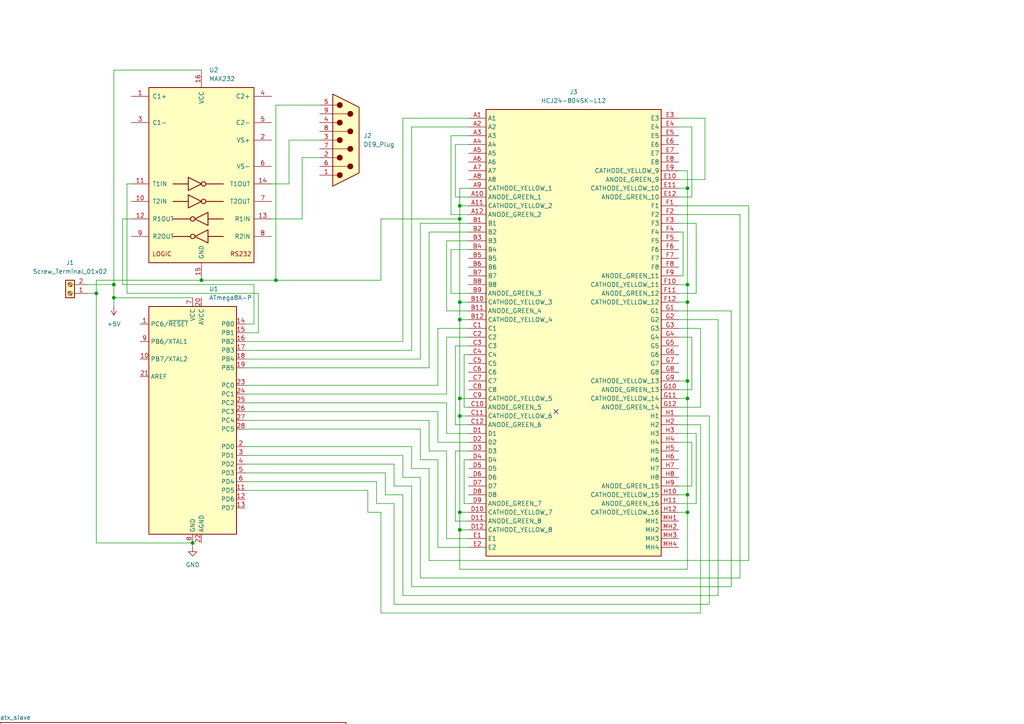
<source format=kicad_sch>
(kicad_sch (version 20231120) (generator "eeschema") (generator_version "8.0")
  (paper "A4")
  (lib_symbols
    (symbol "Connector:DE9_Plug" (pin_names (offset 1.016) hide)
      (property "Reference" "J" (at 0 13.97 0))
      (property "Value" "DE9_Plug" (at 0 -14.605 0))
      (symbol "DE9_Plug_0_1"
        (circle (center -1.778 -10.16) (radius 0.762) (fill (type outline)))
        (circle (center -1.778 -5.08) (radius 0.762) (fill (type outline)))
        (circle (center -1.778 0) (radius 0.762) (fill (type outline)))
        (circle (center -1.778 5.08) (radius 0.762) (fill (type outline)))
        (circle (center -1.778 10.16) (radius 0.762) (fill (type outline)))
        (polyline (pts (xy -3.81 -10.16) (xy -2.54 -10.16)))
        (polyline (pts (xy -3.81 -7.62) (xy 0.508 -7.62)))
        (polyline (pts (xy -3.81 -5.08) (xy -2.54 -5.08)))
        (polyline (pts (xy -3.81 -2.54) (xy 0.508 -2.54)))
        (polyline (pts (xy -3.81 0) (xy -2.54 0)))
        (polyline (pts (xy -3.81 2.54) (xy 0.508 2.54)))
        (polyline (pts (xy -3.81 5.08) (xy -2.54 5.08)))
        (polyline (pts (xy -3.81 7.62) (xy 0.508 7.62)))
        (polyline (pts (xy -3.81 10.16) (xy -2.54 10.16)))
        (polyline (pts (xy -3.81 -13.335) (xy -3.81 13.335) (xy 3.81 9.525) (xy 3.81 -9.525) (xy -3.81 -13.335)) (stroke (width 0.254)) (fill (type background)))
        (circle (center 1.27 -7.62) (radius 0.762) (fill (type outline)))
        (circle (center 1.27 -2.54) (radius 0.762) (fill (type outline)))
        (circle (center 1.27 2.54) (radius 0.762) (fill (type outline)))
        (circle (center 1.27 7.62) (radius 0.762) (fill (type outline)))
      )
      (symbol "DE9_Plug_1_1"
        (pin passive line (at -7.62 -10.16 0) (length 3.81) (name "1") (number "1"))
        (pin passive line (at -7.62 -5.08 0) (length 3.81) (name "2") (number "2"))
        (pin passive line (at -7.62 0 0) (length 3.81) (name "3") (number "3"))
        (pin passive line (at -7.62 5.08 0) (length 3.81) (name "4") (number "4"))
        (pin passive line (at -7.62 10.16 0) (length 3.81) (name "5") (number "5"))
        (pin passive line (at -7.62 -7.62 0) (length 3.81) (name "6") (number "6"))
        (pin passive line (at -7.62 -2.54 0) (length 3.81) (name "7") (number "7"))
        (pin passive line (at -7.62 2.54 0) (length 3.81) (name "8") (number "8"))
        (pin passive line (at -7.62 7.62 0) (length 3.81) (name "9") (number "9"))
      )
    )
    (symbol "Connector:Screw_Terminal_01x02" (pin_names (offset 1.016) hide)
      (property "Reference" "J" (at 0 2.54 0))
      (property "Value" "Screw_Terminal_01x02" (at 0 -5.08 0))
      (symbol "Screw_Terminal_01x02_1_1"
        (rectangle (start -1.27 1.27) (end 1.27 -3.81) (stroke (width 0.254)) (fill (type background)))
        (circle (center 0 -2.54) (radius 0.635) (stroke (width 0.1524)))
        (polyline (pts (xy -0.5334 -2.2098) (xy 0.3302 -3.048)) (stroke (width 0.1524)))
        (polyline (pts (xy -0.5334 0.3302) (xy 0.3302 -0.508)) (stroke (width 0.1524)))
        (polyline (pts (xy -0.3556 -2.032) (xy 0.508 -2.8702)) (stroke (width 0.1524)))
        (polyline (pts (xy -0.3556 0.508) (xy 0.508 -0.3302)) (stroke (width 0.1524)))
        (circle (center 0 0) (radius 0.635) (stroke (width 0.1524)))
        (pin passive line (at -5.08 0 0) (length 3.81) (name "Pin_1") (number "1"))
        (pin passive line (at -5.08 -2.54 0) (length 3.81) (name "Pin_2") (number "2"))
      )
    )
    (symbol "Interface_UART:MAX232" (pin_names (offset 1.016))
      (property "Reference" "U" (at -2.54 28.575 0))
      (property "Value" "MAX232" (at -2.54 26.67 0))
      (symbol "MAX232_0_0"
        (text "LOGIC" (at -11.43 -22.86 0) (effects (font (size 1.27 1.27))))
        (text "RS232" (at 11.43 -22.86 0) (effects (font (size 1.27 1.27))))
      )
      (symbol "MAX232_0_1"
        (rectangle (start -15.24 -25.4) (end 15.24 25.4) (stroke (width 0.254)) (fill (type background)))
        (circle (center -2.54 -17.78) (radius 0.635) (stroke (width 0.254)))
        (circle (center -2.54 -12.7) (radius 0.635) (stroke (width 0.254)))
        (polyline (pts (xy -3.81 -7.62) (xy -8.255 -7.62)) (stroke (width 0.254)))
        (polyline (pts (xy -3.81 -2.54) (xy -8.255 -2.54)) (stroke (width 0.254)))
        (polyline (pts (xy -3.175 -17.78) (xy -8.255 -17.78)) (stroke (width 0.254)))
        (polyline (pts (xy -3.175 -12.7) (xy -8.255 -12.7)) (stroke (width 0.254)))
        (polyline (pts (xy 1.27 -7.62) (xy 6.35 -7.62)) (stroke (width 0.254)))
        (polyline (pts (xy 1.27 -2.54) (xy 6.35 -2.54)) (stroke (width 0.254)))
        (polyline (pts (xy 1.905 -17.78) (xy 6.35 -17.78)) (stroke (width 0.254)))
        (polyline (pts (xy 1.905 -12.7) (xy 6.35 -12.7)) (stroke (width 0.254)))
        (polyline (pts (xy -3.81 -5.715) (xy -3.81 -9.525) (xy 0 -7.62) (xy -3.81 -5.715)) (stroke (width 0.254)))
        (polyline (pts (xy -3.81 -0.635) (xy -3.81 -4.445) (xy 0 -2.54) (xy -3.81 -0.635)) (stroke (width 0.254)))
        (polyline (pts (xy 1.905 -15.875) (xy 1.905 -19.685) (xy -1.905 -17.78) (xy 1.905 -15.875)) (stroke (width 0.254)))
        (polyline (pts (xy 1.905 -10.795) (xy 1.905 -14.605) (xy -1.905 -12.7) (xy 1.905 -10.795)) (stroke (width 0.254)))
        (circle (center 0.635 -7.62) (radius 0.635) (stroke (width 0.254)))
        (circle (center 0.635 -2.54) (radius 0.635) (stroke (width 0.254)))
      )
      (symbol "MAX232_1_1"
        (pin passive line (at -20.32 22.86 0) (length 5.08) (name "C1+") (number "1"))
        (pin input line (at -20.32 -7.62 0) (length 5.08) (name "T2IN") (number "10"))
        (pin input line (at -20.32 -2.54 0) (length 5.08) (name "T1IN") (number "11"))
        (pin output line (at -20.32 -12.7 0) (length 5.08) (name "R1OUT") (number "12"))
        (pin input line (at 20.32 -12.7 180) (length 5.08) (name "R1IN") (number "13"))
        (pin output line (at 20.32 -2.54 180) (length 5.08) (name "T1OUT") (number "14"))
        (pin power_in line (at 0 -30.48 90) (length 5.08) (name "GND") (number "15"))
        (pin power_in line (at 0 30.48 270) (length 5.08) (name "VCC") (number "16"))
        (pin power_out line (at 20.32 10.16 180) (length 5.08) (name "VS+") (number "2"))
        (pin passive line (at -20.32 15.24 0) (length 5.08) (name "C1-") (number "3"))
        (pin passive line (at 20.32 22.86 180) (length 5.08) (name "C2+") (number "4"))
        (pin passive line (at 20.32 15.24 180) (length 5.08) (name "C2-") (number "5"))
        (pin power_out line (at 20.32 2.54 180) (length 5.08) (name "VS-") (number "6"))
        (pin output line (at 20.32 -7.62 180) (length 5.08) (name "T2OUT") (number "7"))
        (pin input line (at 20.32 -17.78 180) (length 5.08) (name "R2IN") (number "8"))
        (pin output line (at -20.32 -17.78 0) (length 5.08) (name "R2OUT") (number "9"))
      )
    )
    (symbol "MCU_Microchip_ATmega:ATmega8A-P"
      (property "Reference" "U" (at -12.7 34.29 0))
      (property "Value" "ATmega8A-P" (at 5.08 -34.29 0))
      (symbol "ATmega8A-P_0_1"
        (rectangle (start -12.7 -33.02) (end 12.7 33.02) (stroke (width 0.254)) (fill (type background)))
      )
      (symbol "ATmega8A-P_1_1"
        (pin bidirectional line (at -15.24 27.94 0) (length 2.54) (name "PC6/~{RESET}") (number "1"))
        (pin bidirectional line (at -15.24 17.78 0) (length 2.54) (name "PB7/XTAL2") (number "10"))
        (pin bidirectional line (at 15.24 -20.32 180) (length 2.54) (name "PD5") (number "11"))
        (pin bidirectional line (at 15.24 -22.86 180) (length 2.54) (name "PD6") (number "12"))
        (pin bidirectional line (at 15.24 -25.4 180) (length 2.54) (name "PD7") (number "13"))
        (pin bidirectional line (at 15.24 27.94 180) (length 2.54) (name "PB0") (number "14"))
        (pin bidirectional line (at 15.24 25.4 180) (length 2.54) (name "PB1") (number "15"))
        (pin bidirectional line (at 15.24 22.86 180) (length 2.54) (name "PB2") (number "16"))
        (pin bidirectional line (at 15.24 20.32 180) (length 2.54) (name "PB3") (number "17"))
        (pin bidirectional line (at 15.24 17.78 180) (length 2.54) (name "PB4") (number "18"))
        (pin bidirectional line (at 15.24 15.24 180) (length 2.54) (name "PB5") (number "19"))
        (pin bidirectional line (at 15.24 -7.62 180) (length 2.54) (name "PD0") (number "2"))
        (pin power_in line (at 2.54 35.56 270) (length 2.54) (name "AVCC") (number "20"))
        (pin passive line (at -15.24 12.7 0) (length 2.54) (name "AREF") (number "21"))
        (pin power_in line (at 2.54 -35.56 90) (length 2.54) (name "AGND") (number "22"))
        (pin bidirectional line (at 15.24 10.16 180) (length 2.54) (name "PC0") (number "23"))
        (pin bidirectional line (at 15.24 7.62 180) (length 2.54) (name "PC1") (number "24"))
        (pin bidirectional line (at 15.24 5.08 180) (length 2.54) (name "PC2") (number "25"))
        (pin bidirectional line (at 15.24 2.54 180) (length 2.54) (name "PC3") (number "26"))
        (pin bidirectional line (at 15.24 0 180) (length 2.54) (name "PC4") (number "27"))
        (pin bidirectional line (at 15.24 -2.54 180) (length 2.54) (name "PC5") (number "28"))
        (pin bidirectional line (at 15.24 -10.16 180) (length 2.54) (name "PD1") (number "3"))
        (pin bidirectional line (at 15.24 -12.7 180) (length 2.54) (name "PD2") (number "4"))
        (pin bidirectional line (at 15.24 -15.24 180) (length 2.54) (name "PD3") (number "5"))
        (pin bidirectional line (at 15.24 -17.78 180) (length 2.54) (name "PD4") (number "6"))
        (pin power_in line (at 0 35.56 270) (length 2.54) (name "VCC") (number "7"))
        (pin power_in line (at 0 -35.56 90) (length 2.54) (name "GND") (number "8"))
        (pin bidirectional line (at -15.24 22.86 0) (length 2.54) (name "PB6/XTAL1") (number "9"))
      )
    )
    (symbol "power:+5V" (power) (pin_numbers hide) (pin_names (offset 0) hide)
      (property "Value" "+5V" (at 0 3.556 0))
      (symbol "+5V_0_1"
        (polyline (pts (xy -0.762 1.27) (xy 0 2.54)))
        (polyline (pts (xy 0 0) (xy 0 2.54)))
        (polyline (pts (xy 0 2.54) (xy 0.762 1.27)))
      )
      (symbol "+5V_1_1"
        (pin power_in line (at 0 0 90) (length 0) (name "~") (number "1"))
      )
    )
    (symbol "power:GND" (power) (pin_numbers hide) (pin_names (offset 0) hide)
      (property "Value" "GND" (at 0 -3.81 0))
      (symbol "GND_0_1"
        (polyline (pts (xy 0 0) (xy 0 -1.27) (xy 1.27 -1.27) (xy 0 -2.54) (xy -1.27 -1.27) (xy 0 -1.27)))
      )
      (symbol "GND_1_1"
        (pin power_in line (at 0 0 270) (length 0) (name "~") (number "1"))
      )
    )
    (symbol "rj45:HCJ24-804SK-L12"
      (property "Reference" "J" (at 57.15 7.62 0))
      (property "Value" "HCJ24-804SK-L12" (at 57.15 5.08 0))
      (symbol "HCJ24-804SK-L12_1_1"
        (rectangle (start 5.08 2.54) (end 55.88 -127) (stroke (width 0.254)) (fill (type background)))
        (pin passive line (at 0 0 0) (length 5.08) (name "A1") (number "A1"))
        (pin passive line (at 0 -22.86 0) (length 5.08) (name "ANODE_GREEN_1") (number "A10"))
        (pin passive line (at 0 -25.4 0) (length 5.08) (name "CATHODE_YELLOW_2") (number "A11"))
        (pin passive line (at 0 -27.94 0) (length 5.08) (name "ANODE_GREEN_2") (number "A12"))
        (pin passive line (at 0 -2.54 0) (length 5.08) (name "A2") (number "A2"))
        (pin passive line (at 0 -5.08 0) (length 5.08) (name "A3") (number "A3"))
        (pin passive line (at 0 -7.62 0) (length 5.08) (name "A4") (number "A4"))
        (pin passive line (at 0 -10.16 0) (length 5.08) (name "A5") (number "A5"))
        (pin passive line (at 0 -12.7 0) (length 5.08) (name "A6") (number "A6"))
        (pin passive line (at 0 -15.24 0) (length 5.08) (name "A7") (number "A7"))
        (pin passive line (at 0 -17.78 0) (length 5.08) (name "A8") (number "A8"))
        (pin passive line (at 0 -20.32 0) (length 5.08) (name "CATHODE_YELLOW_1") (number "A9"))
        (pin passive line (at 0 -30.48 0) (length 5.08) (name "B1") (number "B1"))
        (pin passive line (at 0 -53.34 0) (length 5.08) (name "CATHODE_YELLOW_3") (number "B10"))
        (pin passive line (at 0 -55.88 0) (length 5.08) (name "ANODE_GREEN_4") (number "B11"))
        (pin passive line (at 0 -58.42 0) (length 5.08) (name "CATHODE_YELLOW_4") (number "B12"))
        (pin passive line (at 0 -33.02 0) (length 5.08) (name "B2") (number "B2"))
        (pin passive line (at 0 -35.56 0) (length 5.08) (name "B3") (number "B3"))
        (pin passive line (at 0 -38.1 0) (length 5.08) (name "B4") (number "B4"))
        (pin passive line (at 0 -40.64 0) (length 5.08) (name "B5") (number "B5"))
        (pin passive line (at 0 -43.18 0) (length 5.08) (name "B6") (number "B6"))
        (pin passive line (at 0 -45.72 0) (length 5.08) (name "B7") (number "B7"))
        (pin passive line (at 0 -48.26 0) (length 5.08) (name "B8") (number "B8"))
        (pin passive line (at 0 -50.8 0) (length 5.08) (name "ANODE_GREEN_3") (number "B9"))
        (pin passive line (at 0 -60.96 0) (length 5.08) (name "C1") (number "C1"))
        (pin passive line (at 0 -83.82 0) (length 5.08) (name "ANODE_GREEN_5") (number "C10"))
        (pin passive line (at 0 -86.36 0) (length 5.08) (name "CATHODE_YELLOW_6") (number "C11"))
        (pin passive line (at 0 -88.9 0) (length 5.08) (name "ANODE_GREEN_6") (number "C12"))
        (pin passive line (at 0 -63.5 0) (length 5.08) (name "C2") (number "C2"))
        (pin passive line (at 0 -66.04 0) (length 5.08) (name "C3") (number "C3"))
        (pin passive line (at 0 -68.58 0) (length 5.08) (name "C4") (number "C4"))
        (pin passive line (at 0 -71.12 0) (length 5.08) (name "C5") (number "C5"))
        (pin passive line (at 0 -73.66 0) (length 5.08) (name "C6") (number "C6"))
        (pin passive line (at 0 -76.2 0) (length 5.08) (name "C7") (number "C7"))
        (pin passive line (at 0 -78.74 0) (length 5.08) (name "C8") (number "C8"))
        (pin passive line (at 0 -81.28 0) (length 5.08) (name "CATHODE_YELLOW_5") (number "C9"))
        (pin passive line (at 0 -91.44 0) (length 5.08) (name "D1") (number "D1"))
        (pin passive line (at 0 -114.3 0) (length 5.08) (name "CATHODE_YELLOW_7") (number "D10"))
        (pin passive line (at 0 -116.84 0) (length 5.08) (name "ANODE_GREEN_8") (number "D11"))
        (pin passive line (at 0 -119.38 0) (length 5.08) (name "CATHODE_YELLOW_8") (number "D12"))
        (pin passive line (at 0 -93.98 0) (length 5.08) (name "D2") (number "D2"))
        (pin passive line (at 0 -96.52 0) (length 5.08) (name "D3") (number "D3"))
        (pin passive line (at 0 -99.06 0) (length 5.08) (name "D4") (number "D4"))
        (pin passive line (at 0 -101.6 0) (length 5.08) (name "D5") (number "D5"))
        (pin passive line (at 0 -104.14 0) (length 5.08) (name "D6") (number "D6"))
        (pin passive line (at 0 -106.68 0) (length 5.08) (name "D7") (number "D7"))
        (pin passive line (at 0 -109.22 0) (length 5.08) (name "D8") (number "D8"))
        (pin passive line (at 0 -111.76 0) (length 5.08) (name "ANODE_GREEN_7") (number "D9"))
        (pin passive line (at 0 -121.92 0) (length 5.08) (name "E1") (number "E1"))
        (pin passive line (at 60.96 -17.78 180) (length 5.08) (name "ANODE_GREEN_9") (number "E10"))
        (pin passive line (at 60.96 -20.32 180) (length 5.08) (name "CATHODE_YELLOW_10") (number "E11"))
        (pin passive line (at 60.96 -22.86 180) (length 5.08) (name "ANODE_GREEN_10") (number "E12"))
        (pin passive line (at 0 -124.46 0) (length 5.08) (name "E2") (number "E2"))
        (pin passive line (at 60.96 0 180) (length 5.08) (name "E3") (number "E3"))
        (pin passive line (at 60.96 -2.54 180) (length 5.08) (name "E4") (number "E4"))
        (pin passive line (at 60.96 -5.08 180) (length 5.08) (name "E5") (number "E5"))
        (pin passive line (at 60.96 -7.62 180) (length 5.08) (name "E6") (number "E6"))
        (pin passive line (at 60.96 -10.16 180) (length 5.08) (name "E7") (number "E7"))
        (pin passive line (at 60.96 -12.7 180) (length 5.08) (name "E8") (number "E8"))
        (pin passive line (at 60.96 -15.24 180) (length 5.08) (name "CATHODE_YELLOW_9") (number "E9"))
        (pin passive line (at 60.96 -25.4 180) (length 5.08) (name "F1") (number "F1"))
        (pin passive line (at 60.96 -48.26 180) (length 5.08) (name "CATHODE_YELLOW_11") (number "F10"))
        (pin passive line (at 60.96 -50.8 180) (length 5.08) (name "ANODE_GREEN_12") (number "F11"))
        (pin passive line (at 60.96 -53.34 180) (length 5.08) (name "CATHODE_YELLOW_12") (number "F12"))
        (pin passive line (at 60.96 -27.94 180) (length 5.08) (name "F2") (number "F2"))
        (pin passive line (at 60.96 -30.48 180) (length 5.08) (name "F3") (number "F3"))
        (pin passive line (at 60.96 -33.02 180) (length 5.08) (name "F4") (number "F4"))
        (pin passive line (at 60.96 -35.56 180) (length 5.08) (name "F5") (number "F5"))
        (pin passive line (at 60.96 -38.1 180) (length 5.08) (name "F6") (number "F6"))
        (pin passive line (at 60.96 -40.64 180) (length 5.08) (name "F7") (number "F7"))
        (pin passive line (at 60.96 -43.18 180) (length 5.08) (name "F8") (number "F8"))
        (pin passive line (at 60.96 -45.72 180) (length 5.08) (name "ANODE_GREEN_11") (number "F9"))
        (pin passive line (at 60.96 -55.88 180) (length 5.08) (name "G1") (number "G1"))
        (pin passive line (at 60.96 -78.74 180) (length 5.08) (name "ANODE_GREEN_13") (number "G10"))
        (pin passive line (at 60.96 -81.28 180) (length 5.08) (name "CATHODE_YELLOW_14") (number "G11"))
        (pin passive line (at 60.96 -83.82 180) (length 5.08) (name "ANODE_GREEN_14") (number "G12"))
        (pin passive line (at 60.96 -58.42 180) (length 5.08) (name "G2") (number "G2"))
        (pin passive line (at 60.96 -60.96 180) (length 5.08) (name "G3") (number "G3"))
        (pin passive line (at 60.96 -63.5 180) (length 5.08) (name "G4") (number "G4"))
        (pin passive line (at 60.96 -66.04 180) (length 5.08) (name "G5") (number "G5"))
        (pin passive line (at 60.96 -68.58 180) (length 5.08) (name "G6") (number "G6"))
        (pin passive line (at 60.96 -71.12 180) (length 5.08) (name "G7") (number "G7"))
        (pin passive line (at 60.96 -73.66 180) (length 5.08) (name "G8") (number "G8"))
        (pin passive line (at 60.96 -76.2 180) (length 5.08) (name "CATHODE_YELLOW_13") (number "G9"))
        (pin passive line (at 60.96 -86.36 180) (length 5.08) (name "H1") (number "H1"))
        (pin passive line (at 60.96 -109.22 180) (length 5.08) (name "CATHODE_YELLOW_15") (number "H10"))
        (pin passive line (at 60.96 -111.76 180) (length 5.08) (name "ANODE_GREEN_16") (number "H11"))
        (pin passive line (at 60.96 -114.3 180) (length 5.08) (name "CATHODE_YELLOW_16") (number "H12"))
        (pin passive line (at 60.96 -88.9 180) (length 5.08) (name "H2") (number "H2"))
        (pin passive line (at 60.96 -91.44 180) (length 5.08) (name "H3") (number "H3"))
        (pin passive line (at 60.96 -93.98 180) (length 5.08) (name "H4") (number "H4"))
        (pin passive line (at 60.96 -96.52 180) (length 5.08) (name "H5") (number "H5"))
        (pin passive line (at 60.96 -99.06 180) (length 5.08) (name "H6") (number "H6"))
        (pin passive line (at 60.96 -101.6 180) (length 5.08) (name "H7") (number "H7"))
        (pin passive line (at 60.96 -104.14 180) (length 5.08) (name "H8") (number "H8"))
        (pin passive line (at 60.96 -106.68 180) (length 5.08) (name "ANODE_GREEN_15") (number "H9"))
        (pin passive line (at 60.96 -116.84 180) (length 5.08) (name "MH1") (number "MH1"))
        (pin passive line (at 60.96 -119.38 180) (length 5.08) (name "MH2") (number "MH2"))
        (pin passive line (at 60.96 -121.92 180) (length 5.08) (name "MH3") (number "MH3"))
        (pin passive line (at 60.96 -124.46 180) (length 5.08) (name "MH4") (number "MH4"))
      )
    )
  )
  (junction (at 199.39 148.59))
  (junction (at 199.39 115.57))
  (junction (at 199.39 143.51))
  (junction (at 133.35 63.5))
  (junction (at 199.39 87.63))
  (junction (at 133.35 92.71))
  (junction (at 133.35 153.67))
  (junction (at 33.02 82.55))
  (junction (at 58.42 81.28))
  (junction (at 27.94 85.09))
  (junction (at 80.01 81.28))
  (junction (at 55.88 157.48))
  (junction (at 33.02 86.36))
  (junction (at 133.35 59.69))
  (junction (at 133.35 115.57))
  (junction (at 199.39 110.49))
  (junction (at 133.35 120.65))
  (junction (at 133.35 148.59))
  (junction (at 199.39 82.55))
  (junction (at 199.39 54.61))
  (junction (at 133.35 87.63))
  (no_connect (at 161.29 119.38))
  (wire (pts (xy 217.17 162.56) (xy 217.17 59.69)))
  (wire (pts (xy 132.08 100.33) (xy 132.08 123.19)))
  (wire (pts (xy 199.39 148.59) (xy 199.39 165.1)))
  (wire (pts (xy 71.12 124.46) (xy 121.92 124.46)))
  (wire (pts (xy 199.39 87.63) (xy 196.85 87.63)))
  (wire (pts (xy 199.39 115.57) (xy 199.39 110.49)))
  (wire (pts (xy 200.66 97.79) (xy 196.85 97.79)))
  (wire (pts (xy 212.09 170.18) (xy 212.09 90.17)))
  (wire (pts (xy 132.08 130.81) (xy 132.08 151.13)))
  (wire (pts (xy 199.39 54.61) (xy 199.39 82.55)))
  (wire (pts (xy 135.89 92.71) (xy 133.35 92.71)))
  (wire (pts (xy 217.17 59.69) (xy 196.85 59.69)))
  (wire (pts (xy 135.89 148.59) (xy 133.35 148.59)))
  (wire (pts (xy 135.89 102.87) (xy 134.62 102.87)))
  (wire (pts (xy 124.46 67.31) (xy 135.89 67.31)))
  (wire (pts (xy 71.12 96.52) (xy 74.93 96.52)))
  (wire (pts (xy 106.68 148.59) (xy 106.68 142.24)))
  (wire (pts (xy 200.66 140.97) (xy 200.66 128.27)))
  (wire (pts (xy 33.02 82.55) (xy 33.02 20.32)))
  (wire (pts (xy 199.39 115.57) (xy 199.39 143.51)))
  (wire (pts (xy 33.02 20.32) (xy 58.42 20.32)))
  (wire (pts (xy 205.74 175.26) (xy 205.74 120.65)))
  (wire (pts (xy 124.46 162.56) (xy 217.17 162.56)))
  (wire (pts (xy 83.82 53.34) (xy 83.82 40.64)))
  (wire (pts (xy 80.01 81.28) (xy 58.42 81.28)))
  (wire (pts (xy 133.35 148.59) (xy 133.35 120.65)))
  (wire (pts (xy 55.88 86.36) (xy 33.02 86.36)))
  (wire (pts (xy 196.85 64.77) (xy 201.93 64.77)))
  (wire (pts (xy 116.84 143.51) (xy 111.76 143.51)))
  (wire (pts (xy 196.85 125.73) (xy 201.93 125.73)))
  (wire (pts (xy 110.49 81.28) (xy 110.49 63.5)))
  (wire (pts (xy 110.49 148.59) (xy 106.68 148.59)))
  (wire (pts (xy 199.39 54.61) (xy 196.85 54.61)))
  (wire (pts (xy 130.81 39.37) (xy 130.81 62.23)))
  (wire (pts (xy 36.83 85.09) (xy 36.83 53.34)))
  (wire (pts (xy 106.68 142.24) (xy 71.12 142.24)))
  (wire (pts (xy 116.84 34.29) (xy 116.84 99.06)))
  (wire (pts (xy 133.35 153.67) (xy 135.89 153.67)))
  (wire (pts (xy 87.63 63.5) (xy 78.74 63.5)))
  (wire (pts (xy 116.84 99.06) (xy 71.12 99.06)))
  (wire (pts (xy 196.85 113.03) (xy 200.66 113.03)))
  (wire (pts (xy 201.93 146.05) (xy 196.85 146.05)))
  (wire (pts (xy 135.89 34.29) (xy 116.84 34.29)))
  (wire (pts (xy 133.35 87.63) (xy 135.89 87.63)))
  (wire (pts (xy 135.89 64.77) (xy 121.92 64.77)))
  (wire (pts (xy 200.66 57.15) (xy 196.85 57.15)))
  (wire (pts (xy 135.89 36.83) (xy 119.38 36.83)))
  (wire (pts (xy 127 158.75) (xy 135.89 158.75)))
  (wire (pts (xy 199.39 82.55) (xy 199.39 87.63)))
  (wire (pts (xy 133.35 165.1) (xy 133.35 153.67)))
  (wire (pts (xy 25.4 82.55) (xy 33.02 82.55)))
  (wire (pts (xy 33.02 86.36) (xy 33.02 82.55)))
  (wire (pts (xy 203.2 118.11) (xy 196.85 118.11)))
  (wire (pts (xy 205.74 120.65) (xy 196.85 120.65)))
  (wire (pts (xy 116.84 172.72) (xy 116.84 143.51)))
  (wire (pts (xy 133.35 59.69) (xy 133.35 63.5)))
  (wire (pts (xy 121.92 167.64) (xy 121.92 138.43)))
  (wire (pts (xy 110.49 63.5) (xy 133.35 63.5)))
  (wire (pts (xy 127 133.35) (xy 127 158.75)))
  (wire (pts (xy 135.89 69.85) (xy 129.54 69.85)))
  (wire (pts (xy 198.12 67.31) (xy 198.12 80.01)))
  (wire (pts (xy 135.89 125.73) (xy 129.54 125.73)))
  (wire (pts (xy 199.39 148.59) (xy 196.85 148.59)))
  (wire (pts (xy 133.35 120.65) (xy 133.35 115.57)))
  (wire (pts (xy 111.76 143.51) (xy 111.76 137.16)))
  (wire (pts (xy 130.81 62.23) (xy 135.89 62.23)))
  (wire (pts (xy 124.46 130.81) (xy 124.46 121.92)))
  (wire (pts (xy 129.54 114.3) (xy 129.54 97.79)))
  (wire (pts (xy 196.85 92.71) (xy 208.28 92.71)))
  (wire (pts (xy 135.89 156.21) (xy 129.54 156.21)))
  (wire (pts (xy 127 95.25) (xy 127 111.76)))
  (wire (pts (xy 199.39 110.49) (xy 196.85 110.49)))
  (wire (pts (xy 73.66 93.98) (xy 73.66 82.55)))
  (wire (pts (xy 80.01 81.28) (xy 110.49 81.28)))
  (wire (pts (xy 71.12 93.98) (xy 73.66 93.98)))
  (wire (pts (xy 196.85 62.23) (xy 214.63 62.23)))
  (wire (pts (xy 27.94 157.48) (xy 27.94 85.09)))
  (wire (pts (xy 135.89 57.15) (xy 132.08 57.15)))
  (wire (pts (xy 135.89 130.81) (xy 132.08 130.81)))
  (wire (pts (xy 71.12 134.62) (xy 114.3 134.62)))
  (wire (pts (xy 110.49 177.8) (xy 110.49 148.59)))
  (wire (pts (xy 121.92 104.14) (xy 71.12 104.14)))
  (wire (pts (xy 200.66 128.27) (xy 196.85 128.27)))
  (wire (pts (xy 135.89 95.25) (xy 127 95.25)))
  (wire (pts (xy 129.54 69.85) (xy 129.54 90.17)))
  (wire (pts (xy 119.38 36.83) (xy 119.38 101.6)))
  (wire (pts (xy 199.39 49.53) (xy 199.39 54.61)))
  (wire (pts (xy 208.28 92.71) (xy 208.28 172.72)))
  (wire (pts (xy 71.12 106.68) (xy 124.46 106.68)))
  (wire (pts (xy 200.66 113.03) (xy 200.66 97.79)))
  (wire (pts (xy 114.3 140.97) (xy 119.38 140.97)))
  (wire (pts (xy 121.92 138.43) (xy 116.84 138.43)))
  (wire (pts (xy 27.94 85.09) (xy 27.94 81.28)))
  (wire (pts (xy 71.12 119.38) (xy 127 119.38)))
  (wire (pts (xy 129.54 130.81) (xy 124.46 130.81)))
  (wire (pts (xy 114.3 146.05) (xy 114.3 175.26)))
  (wire (pts (xy 198.12 80.01) (xy 196.85 80.01)))
  (wire (pts (xy 55.88 157.48) (xy 27.94 157.48)))
  (wire (pts (xy 196.85 115.57) (xy 199.39 115.57)))
  (wire (pts (xy 135.89 100.33) (xy 132.08 100.33)))
  (wire (pts (xy 135.89 39.37) (xy 130.81 39.37)))
  (wire (pts (xy 132.08 151.13) (xy 135.89 151.13)))
  (wire (pts (xy 119.38 135.89) (xy 124.46 135.89)))
  (wire (pts (xy 132.08 123.19) (xy 135.89 123.19)))
  (wire (pts (xy 201.93 85.09) (xy 196.85 85.09)))
  (wire (pts (xy 204.47 52.07) (xy 204.47 34.29)))
  (wire (pts (xy 74.93 96.52) (xy 74.93 85.09)))
  (wire (pts (xy 203.2 177.8) (xy 110.49 177.8)))
  (wire (pts (xy 119.38 170.18) (xy 212.09 170.18)))
  (wire (pts (xy 133.35 92.71) (xy 133.35 115.57)))
  (wire (pts (xy 111.76 137.16) (xy 71.12 137.16)))
  (wire (pts (xy 134.62 102.87) (xy 134.62 118.11)))
  (wire (pts (xy 129.54 116.84) (xy 71.12 116.84)))
  (wire (pts (xy 127 119.38) (xy 127 128.27)))
  (wire (pts (xy 55.88 157.48) (xy 55.88 158.75)))
  (wire (pts (xy 129.54 156.21) (xy 129.54 130.81)))
  (wire (pts (xy 132.08 57.15) (xy 132.08 41.91)))
  (wire (pts (xy 196.85 140.97) (xy 200.66 140.97)))
  (wire (pts (xy 36.83 85.09) (xy 74.93 85.09)))
  (wire (pts (xy 127 111.76) (xy 71.12 111.76)))
  (wire (pts (xy 130.81 85.09) (xy 135.89 85.09)))
  (wire (pts (xy 212.09 90.17) (xy 196.85 90.17)))
  (wire (pts (xy 83.82 40.64) (xy 92.71 40.64)))
  (wire (pts (xy 119.38 140.97) (xy 119.38 170.18)))
  (wire (pts (xy 201.93 64.77) (xy 201.93 85.09)))
  (wire (pts (xy 135.89 41.91) (xy 132.08 41.91)))
  (wire (pts (xy 130.81 72.39) (xy 130.81 85.09)))
  (wire (pts (xy 199.39 165.1) (xy 133.35 165.1)))
  (wire (pts (xy 116.84 138.43) (xy 116.84 132.08)))
  (wire (pts (xy 121.92 64.77) (xy 121.92 104.14)))
  (wire (pts (xy 71.12 132.08) (xy 116.84 132.08)))
  (wire (pts (xy 121.92 133.35) (xy 127 133.35)))
  (wire (pts (xy 80.01 30.48) (xy 80.01 81.28)))
  (wire (pts (xy 134.62 146.05) (xy 135.89 146.05)))
  (wire (pts (xy 38.1 63.5) (xy 35.56 63.5)))
  (wire (pts (xy 87.63 45.72) (xy 87.63 63.5)))
  (wire (pts (xy 133.35 54.61) (xy 133.35 59.69)))
  (wire (pts (xy 135.89 54.61) (xy 133.35 54.61)))
  (wire (pts (xy 208.28 172.72) (xy 116.84 172.72)))
  (wire (pts (xy 92.71 30.48) (xy 80.01 30.48)))
  (wire (pts (xy 109.22 146.05) (xy 114.3 146.05)))
  (wire (pts (xy 129.54 90.17) (xy 135.89 90.17)))
  (wire (pts (xy 129.54 97.79) (xy 135.89 97.79)))
  (wire (pts (xy 214.63 167.64) (xy 121.92 167.64)))
  (wire (pts (xy 199.39 87.63) (xy 199.39 110.49)))
  (wire (pts (xy 133.35 148.59) (xy 133.35 153.67)))
  (wire (pts (xy 134.62 133.35) (xy 134.62 146.05)))
  (wire (pts (xy 27.94 81.28) (xy 58.42 81.28)))
  (wire (pts (xy 196.85 67.31) (xy 198.12 67.31)))
  (wire (pts (xy 214.63 62.23) (xy 214.63 167.64)))
  (wire (pts (xy 199.39 143.51) (xy 199.39 148.59)))
  (wire (pts (xy 119.38 101.6) (xy 71.12 101.6)))
  (wire (pts (xy 109.22 139.7) (xy 109.22 146.05)))
  (wire (pts (xy 71.12 139.7) (xy 109.22 139.7)))
  (wire (pts (xy 201.93 125.73) (xy 201.93 146.05)))
  (wire (pts (xy 71.12 129.54) (xy 119.38 129.54)))
  (wire (pts (xy 203.2 123.19) (xy 203.2 177.8)))
  (wire (pts (xy 119.38 129.54) (xy 119.38 135.89)))
  (wire (pts (xy 121.92 124.46) (xy 121.92 133.35)))
  (wire (pts (xy 135.89 120.65) (xy 133.35 120.65)))
  (wire (pts (xy 114.3 134.62) (xy 114.3 140.97)))
  (wire (pts (xy 135.89 72.39) (xy 130.81 72.39)))
  (wire (pts (xy 196.85 95.25) (xy 203.2 95.25)))
  (wire (pts (xy 200.66 36.83) (xy 200.66 57.15)))
  (wire (pts (xy 134.62 118.11) (xy 135.89 118.11)))
  (wire (pts (xy 92.71 45.72) (xy 87.63 45.72)))
  (wire (pts (xy 71.12 114.3) (xy 129.54 114.3)))
  (wire (pts (xy 196.85 49.53) (xy 199.39 49.53)))
  (wire (pts (xy 124.46 106.68) (xy 124.46 67.31)))
  (wire (pts (xy 196.85 52.07) (xy 204.47 52.07)))
  (wire (pts (xy 73.66 82.55) (xy 35.56 82.55)))
  (wire (pts (xy 199.39 143.51) (xy 196.85 143.51)))
  (wire (pts (xy 133.35 87.63) (xy 133.35 92.71)))
  (wire (pts (xy 129.54 125.73) (xy 129.54 116.84)))
  (wire (pts (xy 124.46 121.92) (xy 71.12 121.92)))
  (wire (pts (xy 196.85 82.55) (xy 199.39 82.55)))
  (wire (pts (xy 133.35 59.69) (xy 135.89 59.69)))
  (wire (pts (xy 196.85 123.19) (xy 203.2 123.19)))
  (wire (pts (xy 114.3 175.26) (xy 205.74 175.26)))
  (wire (pts (xy 124.46 135.89) (xy 124.46 162.56)))
  (wire (pts (xy 25.4 85.09) (xy 27.94 85.09)))
  (wire (pts (xy 133.35 63.5) (xy 133.35 87.63)))
  (wire (pts (xy 133.35 115.57) (xy 135.89 115.57)))
  (wire (pts (xy 127 128.27) (xy 135.89 128.27)))
  (wire (pts (xy 200.66 36.83) (xy 196.85 36.83)))
  (wire (pts (xy 33.02 88.9) (xy 33.02 86.36)))
  (wire (pts (xy 135.89 133.35) (xy 134.62 133.35)))
  (wire (pts (xy 36.83 53.34) (xy 38.1 53.34)))
  (wire (pts (xy 35.56 63.5) (xy 35.56 82.55)))
  (wire (pts (xy 203.2 95.25) (xy 203.2 118.11)))
  (wire (pts (xy 196.85 34.29) (xy 204.47 34.29)))
  (wire (pts (xy 78.74 53.34) (xy 83.82 53.34)))
  (symbol (lib_id "rj45:HCJ24-804SK-L12") (at 135.89 34.29 0) (unit 1)
    (property "Reference" "J3" (at 166.37 26.67 0))
    (property "Value" "HCJ24-804SK-L12" (at 166.37 29.21 0))
    (property "Footprint" "rj45:HCJ24804SKL12" (effects (hide yes)))
    (property "Datasheet" "https://componentsearchengine.com/Datasheets/1/HCJ24-804SK-L12.pdf" (effects (hide yes)))
    (property "Description" "Modular Connectors / Ethernet Connectors" (effects (hide yes)))
    (property "Height" "25.4" (effects (hide yes)))
    (property "Mouser Part Number" "493-HCJ24-804SK-L12" (effects (hide yes)))
    (property "Mouser Price/Stock" "https://www.mouser.co.uk/ProductDetail/HALO-Electronics/HCJ24-804SK-L12?qs=gZXFycFWdANlwM8fP7v7EA%3D%3D" (effects (hide yes)))
    (property "Manufacturer_Name" "Halo Electronics" (effects (hide yes)))
    (property "Manufacturer_Part_Number" "HCJ24-804SK-L12" (effects (hide yes)))
  )
  (symbol (lib_id "power:+5V") (at 33.02 88.9 180) (unit 1)
    (property "Reference" "#PWR02" (effects (hide yes)))
    (property "Value" "+5V" (at 33.02 93.98 0))
    (property "Description" "Power symbol creates a global label with name \"+5V\"" (effects (hide yes)))
  )
  (symbol (lib_id "power:GND") (at 55.88 158.75 0) (unit 1)
    (property "Reference" "#PWR01" (effects (hide yes)))
    (property "Value" "GND" (at 55.88 163.83 0))
    (property "Description" "Power symbol creates a global label with name \"GND\" , ground" (effects (hide yes)))
  )
  (symbol (lib_id "Interface_UART:MAX232") (at 58.42 50.8 0) (unit 1)
    (property "Reference" "U2" (at 60.6141 20.32 0) (effects (justify left)))
    (property "Value" "MAX232" (at 60.6141 22.86 0) (effects (justify left)))
    (property "Footprint" "Package_DIP:DIP-16_W7.62mm_Socket" (effects (hide yes)))
    (property "Datasheet" "http://www.ti.com/lit/ds/symlink/max232.pdf" (effects (hide yes)))
    (property "Description" "Dual RS232 driver/receiver, 5V supply, 120kb/s, 0C-70C" (effects (hide yes)))
  )
  (symbol (lib_id "Connector:Screw_Terminal_01x02") (at 20.32 85.09 180) (unit 1)
    (property "Reference" "J1" (at 20.32 76.2 0))
    (property "Value" "Screw_Terminal_01x02" (at 20.32 78.74 0))
    (property "Footprint" "TerminalBlock:TerminalBlock_Altech_AK300-2_P5.00mm" (effects (hide yes)))
    (property "Description" "Generic screw terminal, single row, 01x02, script generated (kicad-library-utils/schlib/autogen/connector/)" (effects (hide yes)))
  )
  (symbol (lib_id "Connector:DE9_Plug") (at 100.33 40.64 0) (unit 1)
    (property "Reference" "J2" (at 105.41 39.3699 0) (effects (justify left)))
    (property "Value" "DE9_Plug" (at 105.41 41.9099 0) (effects (justify left)))
    (property "Footprint" "Connector_Dsub:DSUB-9_Male_Horizontal_P2.77x2.84mm_EdgePinOffset7.70mm_Housed_MountingHolesOffset9.12mm" (effects (hide yes)))
    (property "Description" "9-pin male plug pin D-SUB connector" (effects (hide yes)))
  )
  (symbol (lib_id "MCU_Microchip_ATmega:ATmega8A-P") (at 55.88 121.92 0) (unit 1)
    (property "Reference" "U1" (at 60.6141 83.82 0) (effects (justify left)))
    (property "Value" "ATmega8A-P" (at 60.6141 86.36 0) (effects (justify left)))
    (property "Footprint" "Package_DIP:DIP-28_W7.62mm_Socket" (effects (hide yes)))
    (property "Datasheet" "http://ww1.microchip.com/downloads/en/DeviceDoc/Microchip%208bit%20mcu%20AVR%20ATmega8A%20data%20sheet%2040001974A.pdf" (effects (hide yes)))
    (property "Description" "16MHz, 8kB Flash, 1kB SRAM, 512B EEPROM, DIP-28" (effects (hide yes)))
  )
  (sheet (at 0 209.55) (size 100.33 50.8) (stroke (width 0.1524))
    (property "Sheetname" "atx_slave" (at 0 208.8384 0) (effects (justify left bottom)))
    (property "Sheetfile" "atx_slave.kicad_sch" (at 0 260.9346 0) (effects (justify left top)))
  )
)
</source>
